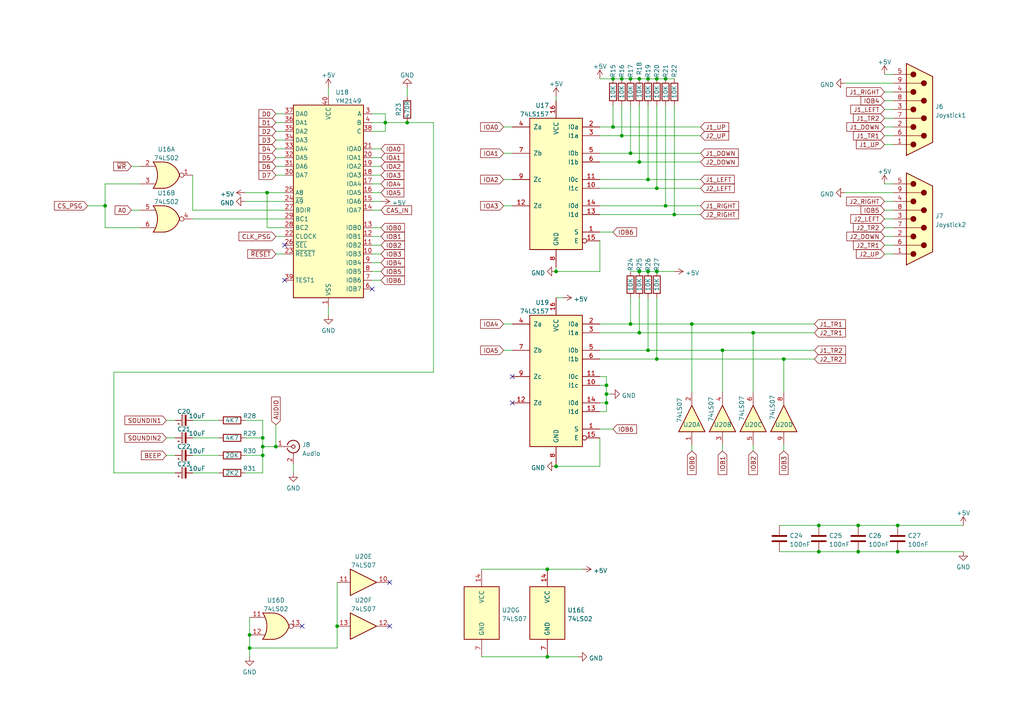
<source format=kicad_sch>
(kicad_sch (version 20250114) (generator "eeschema") (generator_version "9.0")
  (paper "A4")
  (title_block (title "JFF") (date "2025-07-16") (rev "1.1b-TMSHAT") (company "Skoti / herraa1") (comment 1 "Just for Fun - Computer"))
  (lib_symbols
    (symbol "74xx:74LS02" (pin_names (offset 1.016))
      (property "Reference" "U" (at 0 1.27 0))
      (property "Value" "74LS02" (at 0 -1.27 0))
      (symbol "74LS02_1_1"
        (pin input line (at -7.62 2.54 0) (length 4.318) (name "~") (number "2"))
        (pin input line (at -7.62 -2.54 0) (length 4.318) (name "~") (number "3"))
        (pin output inverted (at 7.62 0 180) (length 3.81) (name "~") (number "1"))
      )
      (symbol "74LS02_1_2"
        (pin input inverted (at -7.62 2.54 0) (length 3.81) (name "~") (number "2"))
        (pin input inverted (at -7.62 -2.54 0) (length 3.81) (name "~") (number "3"))
        (pin output line (at 7.62 0 180) (length 3.81) (name "~") (number "1"))
      )
      (symbol "74LS02_2_1"
        (pin input line (at -7.62 2.54 0) (length 4.318) (name "~") (number "5"))
        (pin input line (at -7.62 -2.54 0) (length 4.318) (name "~") (number "6"))
        (pin output inverted (at 7.62 0 180) (length 3.81) (name "~") (number "4"))
      )
      (symbol "74LS02_2_2"
        (pin input inverted (at -7.62 2.54 0) (length 3.81) (name "~") (number "5"))
        (pin input inverted (at -7.62 -2.54 0) (length 3.81) (name "~") (number "6"))
        (pin output line (at 7.62 0 180) (length 3.81) (name "~") (number "4"))
      )
      (symbol "74LS02_3_1"
        (pin input line (at -7.62 2.54 0) (length 4.318) (name "~") (number "8"))
        (pin input line (at -7.62 -2.54 0) (length 4.318) (name "~") (number "9"))
        (pin output inverted (at 7.62 0 180) (length 3.81) (name "~") (number "10"))
      )
      (symbol "74LS02_3_2"
        (pin input inverted (at -7.62 2.54 0) (length 3.81) (name "~") (number "8"))
        (pin input inverted (at -7.62 -2.54 0) (length 3.81) (name "~") (number "9"))
        (pin output line (at 7.62 0 180) (length 3.81) (name "~") (number "10"))
      )
      (symbol "74LS02_4_1"
        (pin input line (at -7.62 2.54 0) (length 4.318) (name "~") (number "11"))
        (pin input line (at -7.62 -2.54 0) (length 4.318) (name "~") (number "12"))
        (pin output inverted (at 7.62 0 180) (length 3.81) (name "~") (number "13"))
      )
      (symbol "74LS02_4_2"
        (pin input inverted (at -7.62 2.54 0) (length 3.81) (name "~") (number "11"))
        (pin input inverted (at -7.62 -2.54 0) (length 3.81) (name "~") (number "12"))
        (pin output line (at 7.62 0 180) (length 3.81) (name "~") (number "13"))
      )
      (symbol "74LS02_5_0"
        (pin power_in line (at 0 12.7 270) (length 5.08) (name "VCC") (number "14"))
        (pin power_in line (at 0 -12.7 90) (length 5.08) (name "GND") (number "7"))
      )
    )
    (symbol "74xx:74LS07" (pin_names (offset 1.016))
      (property "Reference" "U" (at 0 1.27 0))
      (property "Value" "74LS07" (at 0 -1.27 0))
      (symbol "74LS07_1_0"
        (pin input line (at -7.62 0 0) (length 3.81) (name "~") (number "1"))
        (pin open_collector line (at 7.62 0 180) (length 3.81) (name "~") (number "2"))
      )
      (symbol "74LS07_2_0"
        (pin input line (at -7.62 0 0) (length 3.81) (name "~") (number "3"))
        (pin open_collector line (at 7.62 0 180) (length 3.81) (name "~") (number "4"))
      )
      (symbol "74LS07_3_0"
        (pin input line (at -7.62 0 0) (length 3.81) (name "~") (number "5"))
        (pin open_collector line (at 7.62 0 180) (length 3.81) (name "~") (number "6"))
      )
      (symbol "74LS07_4_0"
        (pin input line (at -7.62 0 0) (length 3.81) (name "~") (number "9"))
        (pin open_collector line (at 7.62 0 180) (length 3.81) (name "~") (number "8"))
      )
      (symbol "74LS07_5_0"
        (pin input line (at -7.62 0 0) (length 3.81) (name "~") (number "11"))
        (pin open_collector line (at 7.62 0 180) (length 3.81) (name "~") (number "10"))
      )
      (symbol "74LS07_6_0"
        (pin input line (at -7.62 0 0) (length 3.81) (name "~") (number "13"))
        (pin open_collector line (at 7.62 0 180) (length 3.81) (name "~") (number "12"))
      )
      (symbol "74LS07_7_0"
        (pin power_in line (at 0 12.7 270) (length 5.08) (name "VCC") (number "14"))
        (pin power_in line (at 0 -12.7 90) (length 5.08) (name "GND") (number "7"))
      )
    )
    (symbol "74xx:74LS157" (pin_names (offset 1.016))
      (property "Reference" "U" (at -7.62 19.05 0))
      (property "Value" "74LS157" (at -7.62 -21.59 0))
      (symbol "74LS157_1_0"
        (pin input line (at -12.7 15.24 0) (length 5.08) (name "I0a") (number "2"))
        (pin input line (at -12.7 12.7 0) (length 5.08) (name "I1a") (number "3"))
        (pin input line (at -12.7 7.62 0) (length 5.08) (name "I0b") (number "5"))
        (pin input line (at -12.7 5.08 0) (length 5.08) (name "I1b") (number "6"))
        (pin input line (at -12.7 0 0) (length 5.08) (name "I0c") (number "11"))
        (pin input line (at -12.7 -2.54 0) (length 5.08) (name "I1c") (number "10"))
        (pin input line (at -12.7 -7.62 0) (length 5.08) (name "I0d") (number "14"))
        (pin input line (at -12.7 -10.16 0) (length 5.08) (name "I1d") (number "13"))
        (pin input line (at -12.7 -15.24 0) (length 5.08) (name "S") (number "1"))
        (pin input inverted (at -12.7 -17.78 0) (length 5.08) (name "E") (number "15"))
        (pin power_in line (at 0 22.86 270) (length 5.08) (name "VCC") (number "16"))
        (pin power_in line (at 0 -25.4 90) (length 5.08) (name "GND") (number "8"))
        (pin output line (at 12.7 15.24 180) (length 5.08) (name "Za") (number "4"))
        (pin output line (at 12.7 7.62 180) (length 5.08) (name "Zb") (number "7"))
        (pin output line (at 12.7 0 180) (length 5.08) (name "Zc") (number "9"))
        (pin output line (at 12.7 -7.62 180) (length 5.08) (name "Zd") (number "12"))
      )
    )
    (symbol "Audio:YM2149"
      (property "Reference" "U" (at -10.16 29.21 0))
      (property "Value" "YM2149" (at 3.81 29.21 0))
      (symbol "YM2149_1_1"
        (pin bidirectional line (at -12.7 25.4 0) (length 2.54) (name "DA0") (number "37"))
        (pin bidirectional line (at -12.7 22.86 0) (length 2.54) (name "DA1") (number "36"))
        (pin bidirectional line (at -12.7 20.32 0) (length 2.54) (name "DA2") (number "35"))
        (pin bidirectional line (at -12.7 17.78 0) (length 2.54) (name "DA3") (number "34"))
        (pin bidirectional line (at -12.7 15.24 0) (length 2.54) (name "DA4") (number "33"))
        (pin bidirectional line (at -12.7 12.7 0) (length 2.54) (name "DA5") (number "32"))
        (pin bidirectional line (at -12.7 10.16 0) (length 2.54) (name "DA6") (number "31"))
        (pin bidirectional line (at -12.7 7.62 0) (length 2.54) (name "DA7") (number "30"))
        (pin input line (at -12.7 2.54 0) (length 2.54) (name "A8") (number "25"))
        (pin input line (at -12.7 0 0) (length 2.54) (name "~{A9}") (number "24"))
        (pin input line (at -12.7 -2.54 0) (length 2.54) (name "BDIR") (number "27"))
        (pin input line (at -12.7 -5.08 0) (length 2.54) (name "BC1") (number "29"))
        (pin input line (at -12.7 -7.62 0) (length 2.54) (name "BC2") (number "28"))
        (pin input line (at -12.7 -10.16 0) (length 2.54) (name "CLOCK") (number "22"))
        (pin input line (at -12.7 -12.7 0) (length 2.54) (name "~{SEL}") (number "26"))
        (pin input line (at -12.7 -15.24 0) (length 2.54) (name "~{RESET}") (number "23"))
        (pin passive line (at -12.7 -22.86 0) (length 2.54) (name "TEST1") (number "39"))
        (pin no_connect line (at -10.16 -17.78 0) (length 2.54) (hide yes) (name "NC") (number "2"))
        (pin no_connect line (at -10.16 -20.32 0) (length 2.54) (hide yes) (name "NC") (number "5"))
        (pin power_in line (at 0 30.48 270) (length 2.54) (name "VCC") (number "40"))
        (pin power_in line (at 0 -30.48 90) (length 2.54) (name "VSS") (number "1"))
        (pin output line (at 12.7 25.4 180) (length 2.54) (name "A") (number "3"))
        (pin output line (at 12.7 22.86 180) (length 2.54) (name "B") (number "4"))
        (pin output line (at 12.7 20.32 180) (length 2.54) (name "C") (number "38"))
        (pin bidirectional line (at 12.7 15.24 180) (length 2.54) (name "IOA0") (number "21"))
        (pin bidirectional line (at 12.7 12.7 180) (length 2.54) (name "IOA1") (number "20"))
        (pin bidirectional line (at 12.7 10.16 180) (length 2.54) (name "IOA2") (number "19"))
        (pin bidirectional line (at 12.7 7.62 180) (length 2.54) (name "IOA3") (number "18"))
        (pin bidirectional line (at 12.7 5.08 180) (length 2.54) (name "IOA4") (number "17"))
        (pin bidirectional line (at 12.7 2.54 180) (length 2.54) (name "IOA5") (number "16"))
        (pin bidirectional line (at 12.7 0 180) (length 2.54) (name "IOA6") (number "15"))
        (pin bidirectional line (at 12.7 -2.54 180) (length 2.54) (name "IOA7") (number "14"))
        (pin bidirectional line (at 12.7 -7.62 180) (length 2.54) (name "IOB0") (number "13"))
        (pin bidirectional line (at 12.7 -10.16 180) (length 2.54) (name "IOB1") (number "12"))
        (pin bidirectional line (at 12.7 -12.7 180) (length 2.54) (name "IOB2") (number "11"))
        (pin bidirectional line (at 12.7 -15.24 180) (length 2.54) (name "IOB3") (number "10"))
        (pin bidirectional line (at 12.7 -17.78 180) (length 2.54) (name "IOB4") (number "9"))
        (pin bidirectional line (at 12.7 -20.32 180) (length 2.54) (name "IOB5") (number "8"))
        (pin bidirectional line (at 12.7 -22.86 180) (length 2.54) (name "IOB6") (number "7"))
        (pin bidirectional line (at 12.7 -25.4 180) (length 2.54) (name "IOB7") (number "6"))
      )
    )
    (symbol "Connector:Conn_Coaxial" (pin_names (offset 1.016) (hide yes))
      (property "Reference" "J" (at 0.254 3.048 0))
      (property "Value" "Conn_Coaxial" (at 2.921 0 90))
      (symbol "Conn_Coaxial_1_1"
        (pin passive line (at -5.08 0 0) (length 2.54) (name "In") (number "1"))
        (pin passive line (at 0 -5.08 90) (length 2.54) (name "Ext") (number "2"))
      )
    )
    (symbol "Connector:DB9_Male" (pin_names (offset 1.016) (hide yes))
      (property "Reference" "J" (at 0 13.97 0))
      (property "Value" "DB9_Male" (at 0 -14.605 0))
      (symbol "DB9_Male_1_1"
        (pin passive line (at -7.62 10.16 0) (length 3.81) (name "5") (number "5"))
        (pin passive line (at -7.62 7.62 0) (length 3.81) (name "9") (number "9"))
        (pin passive line (at -7.62 5.08 0) (length 3.81) (name "4") (number "4"))
        (pin passive line (at -7.62 2.54 0) (length 3.81) (name "8") (number "8"))
        (pin passive line (at -7.62 0 0) (length 3.81) (name "3") (number "3"))
        (pin passive line (at -7.62 -2.54 0) (length 3.81) (name "7") (number "7"))
        (pin passive line (at -7.62 -5.08 0) (length 3.81) (name "2") (number "2"))
        (pin passive line (at -7.62 -7.62 0) (length 3.81) (name "6") (number "6"))
        (pin passive line (at -7.62 -10.16 0) (length 3.81) (name "1") (number "1"))
      )
    )
    (symbol "Device:C" (pin_numbers (hide yes)) (pin_names (offset 0.254))
      (property "Reference" "C" (at 0.635 2.54 0))
      (property "Value" "C" (at 0.635 -2.54 0))
      (symbol "C_1_1"
        (pin passive line (at 0 3.81 270) (length 2.794) (name "~") (number "1"))
        (pin passive line (at 0 -3.81 90) (length 2.794) (name "~") (number "2"))
      )
    )
    (symbol "Device:C_Polarized_Small" (pin_numbers (hide yes)) (pin_names (offset 0.254) (hide yes))
      (property "Reference" "C" (at 0.254 1.778 0))
      (property "Value" "C_Polarized_Small" (at 0.254 -2.032 0))
      (symbol "C_Polarized_Small_1_1"
        (pin passive line (at 0 2.54 270) (length 1.8542) (name "~") (number "1"))
        (pin passive line (at 0 -2.54 90) (length 1.8542) (name "~") (number "2"))
      )
    )
    (symbol "Device:R" (pin_numbers (hide yes)) (pin_names (offset 0))
      (property "Reference" "R" (at 2.032 0 90))
      (property "Value" "R" (at 0 0 90))
      (symbol "R_1_1"
        (pin passive line (at 0 3.81 270) (length 1.27) (name "~") (number "1"))
        (pin passive line (at 0 -3.81 90) (length 1.27) (name "~") (number "2"))
      )
    )
    (symbol "power:+5V" (power) (pin_names (offset 0))
      (property "Value" "+5V" (at 0 3.556 0))
      (symbol "+5V_1_1"
        (pin power_in line (at 0 0 90) (length 0) (hide yes) (name "+5V") (number "1"))
      )
    )
    (symbol "power:GND" (power) (pin_names (offset 0))
      (property "Value" "GND" (at 0 -3.81 0))
      (symbol "GND_1_1"
        (pin power_in line (at 0 0 270) (length 0) (hide yes) (name "GND") (number "1"))
      )
    )
  )
  (junction (at 193.04 22.86))
  (junction (at 187.96 22.86))
  (junction (at 182.88 22.86))
  (junction (at 30.48 59.69))
  (junction (at 175.895 116.84))
  (junction (at 209.55 101.6))
  (junction (at 182.88 93.98))
  (junction (at 248.92 160.02))
  (junction (at 227.33 104.14))
  (junction (at 260.35 160.02))
  (junction (at 158.75 165.1))
  (junction (at 76.2 132.08))
  (junction (at 177.8 36.83))
  (junction (at 185.42 96.52))
  (junction (at 248.92 152.4))
  (junction (at 72.39 184.15))
  (junction (at 77.47 55.88))
  (junction (at 218.44 96.52))
  (junction (at 158.75 190.5))
  (junction (at 237.49 160.02))
  (junction (at 195.58 62.23))
  (junction (at 190.5 78.74))
  (junction (at 72.39 187.96))
  (junction (at 187.96 52.07))
  (junction (at 161.29 78.74))
  (junction (at 193.04 59.69))
  (junction (at 187.96 101.6))
  (junction (at 190.5 54.61))
  (junction (at 97.79 181.61))
  (junction (at 185.42 78.74))
  (junction (at 237.49 152.4))
  (junction (at 200.66 93.98))
  (junction (at 76.2 129.54))
  (junction (at 185.42 46.99))
  (junction (at 161.29 135.255))
  (junction (at 76.2 127))
  (junction (at 180.34 39.37))
  (junction (at 190.5 22.86))
  (junction (at 182.88 44.45))
  (junction (at 175.895 111.76))
  (junction (at 185.42 22.86))
  (junction (at 260.35 152.4))
  (junction (at 111.76 35.56))
  (junction (at 175.895 114.3))
  (junction (at 80.01 129.54))
  (junction (at 180.34 22.86))
  (junction (at 177.8 22.86))
  (junction (at 187.96 78.74))
  (junction (at 118.11 35.56))
  (junction (at 190.5 104.14))
  (no_connect (at 107.95 83.82))
  (no_connect (at 82.55 81.28))
  (no_connect (at 82.55 71.12))
  (no_connect (at 148.59 109.22))
  (no_connect (at 148.59 116.84))
  (no_connect (at 87.63 181.61))
  (no_connect (at 113.03 181.61))
  (no_connect (at 113.03 168.91))
  (wire (pts (xy 161.29 78.74) (xy 173.99 78.74)))
  (wire (pts (xy 97.79 187.96) (xy 72.39 187.96)))
  (wire (pts (xy 182.88 44.45) (xy 203.2 44.45)))
  (wire (pts (xy 218.44 96.52) (xy 236.22 96.52)))
  (wire (pts (xy 55.88 137.16) (xy 63.5 137.16)))
  (wire (pts (xy 107.95 78.74) (xy 110.49 78.74)))
  (wire (pts (xy 187.96 86.36) (xy 187.96 101.6)))
  (wire (pts (xy 182.88 30.48) (xy 182.88 44.45)))
  (wire (pts (xy 76.2 132.08) (xy 71.12 132.08)))
  (wire (pts (xy 48.26 127) (xy 50.8 127)))
  (wire (pts (xy 180.34 30.48) (xy 180.34 39.37)))
  (wire (pts (xy 187.96 22.86) (xy 190.5 22.86)))
  (wire (pts (xy 107.95 71.12) (xy 110.49 71.12)))
  (wire (pts (xy 38.1 60.96) (xy 40.64 60.96)))
  (wire (pts (xy 139.7 190.5) (xy 158.75 190.5)))
  (wire (pts (xy 118.11 35.56) (xy 125.73 35.56)))
  (wire (pts (xy 173.99 111.76) (xy 175.895 111.76)))
  (wire (pts (xy 107.95 33.02) (xy 111.76 33.02)))
  (wire (pts (xy 190.5 54.61) (xy 203.2 54.61)))
  (wire (pts (xy 107.95 53.34) (xy 110.49 53.34)))
  (wire (pts (xy 82.55 60.96) (xy 55.88 60.96)))
  (wire (pts (xy 55.88 132.08) (xy 63.5 132.08)))
  (wire (pts (xy 107.95 38.1) (xy 111.76 38.1)))
  (wire (pts (xy 256.54 36.83) (xy 259.08 36.83)))
  (wire (pts (xy 72.39 184.15) (xy 72.39 187.96)))
  (wire (pts (xy 175.895 111.76) (xy 175.895 114.3)))
  (wire (pts (xy 185.42 96.52) (xy 218.44 96.52)))
  (wire (pts (xy 85.09 134.62) (xy 85.09 137.16)))
  (wire (pts (xy 80.01 33.02) (xy 82.55 33.02)))
  (wire (pts (xy 209.55 129.032) (xy 209.55 130.81)))
  (wire (pts (xy 111.76 35.56) (xy 118.11 35.56)))
  (wire (pts (xy 111.76 33.02) (xy 111.76 35.56)))
  (wire (pts (xy 182.88 86.36) (xy 182.88 93.98)))
  (wire (pts (xy 248.92 160.02) (xy 260.35 160.02)))
  (wire (pts (xy 200.66 93.98) (xy 200.66 113.792)))
  (wire (pts (xy 226.06 152.4) (xy 237.49 152.4)))
  (wire (pts (xy 256.54 39.37) (xy 259.08 39.37)))
  (wire (pts (xy 80.01 38.1) (xy 82.55 38.1)))
  (wire (pts (xy 72.39 187.96) (xy 72.39 190.5)))
  (wire (pts (xy 55.88 127) (xy 63.5 127)))
  (wire (pts (xy 173.99 67.31) (xy 177.8 67.31)))
  (wire (pts (xy 80.01 45.72) (xy 82.55 45.72)))
  (wire (pts (xy 125.73 107.95) (xy 33.02 107.95)))
  (wire (pts (xy 173.99 69.85) (xy 173.99 78.74)))
  (wire (pts (xy 175.895 109.22) (xy 175.895 111.76)))
  (wire (pts (xy 107.95 48.26) (xy 110.49 48.26)))
  (wire (pts (xy 107.95 58.42) (xy 110.49 58.42)))
  (wire (pts (xy 146.05 44.45) (xy 148.59 44.45)))
  (wire (pts (xy 161.29 135.255) (xy 161.29 134.62)))
  (wire (pts (xy 218.44 96.52) (xy 218.44 113.792)))
  (wire (pts (xy 245.11 55.88) (xy 259.08 55.88)))
  (wire (pts (xy 173.99 52.07) (xy 187.96 52.07)))
  (wire (pts (xy 227.33 104.14) (xy 227.33 113.792)))
  (wire (pts (xy 200.66 129.032) (xy 200.66 130.81)))
  (wire (pts (xy 237.49 152.4) (xy 248.92 152.4)))
  (wire (pts (xy 190.5 86.36) (xy 190.5 104.14)))
  (wire (pts (xy 173.99 54.61) (xy 190.5 54.61)))
  (wire (pts (xy 80.01 40.64) (xy 82.55 40.64)))
  (wire (pts (xy 180.34 39.37) (xy 203.2 39.37)))
  (wire (pts (xy 80.01 43.18) (xy 82.55 43.18)))
  (wire (pts (xy 146.05 59.69) (xy 148.59 59.69)))
  (wire (pts (xy 187.96 101.6) (xy 209.55 101.6)))
  (wire (pts (xy 97.79 181.61) (xy 97.79 187.96)))
  (wire (pts (xy 260.35 152.4) (xy 279.4 152.4)))
  (wire (pts (xy 30.48 53.34) (xy 30.48 59.69)))
  (wire (pts (xy 72.39 179.07) (xy 72.39 184.15)))
  (wire (pts (xy 173.99 93.98) (xy 182.88 93.98)))
  (wire (pts (xy 175.895 116.84) (xy 175.895 119.38)))
  (wire (pts (xy 173.99 119.38) (xy 175.895 119.38)))
  (wire (pts (xy 76.2 127) (xy 76.2 129.54)))
  (wire (pts (xy 193.04 30.48) (xy 193.04 59.69)))
  (wire (pts (xy 173.99 62.23) (xy 195.58 62.23)))
  (wire (pts (xy 256.54 73.66) (xy 259.08 73.66)))
  (wire (pts (xy 245.11 24.13) (xy 259.08 24.13)))
  (wire (pts (xy 182.88 78.74) (xy 185.42 78.74)))
  (wire (pts (xy 218.44 129.032) (xy 218.44 130.81)))
  (wire (pts (xy 76.2 121.92) (xy 76.2 127)))
  (wire (pts (xy 227.33 104.14) (xy 236.22 104.14)))
  (wire (pts (xy 256.54 66.04) (xy 259.08 66.04)))
  (wire (pts (xy 80.01 50.8) (xy 82.55 50.8)))
  (wire (pts (xy 107.95 35.56) (xy 111.76 35.56)))
  (wire (pts (xy 71.12 58.42) (xy 82.55 58.42)))
  (wire (pts (xy 82.55 66.04) (xy 77.47 66.04)))
  (wire (pts (xy 76.2 132.08) (xy 76.2 137.16)))
  (wire (pts (xy 97.79 168.91) (xy 97.79 181.61)))
  (wire (pts (xy 190.5 104.14) (xy 227.33 104.14)))
  (wire (pts (xy 30.48 59.69) (xy 30.48 66.04)))
  (wire (pts (xy 248.92 152.4) (xy 260.35 152.4)))
  (wire (pts (xy 107.95 66.04) (xy 110.49 66.04)))
  (wire (pts (xy 76.2 129.54) (xy 80.01 129.54)))
  (wire (pts (xy 185.42 30.48) (xy 185.42 46.99)))
  (wire (pts (xy 107.95 55.88) (xy 110.49 55.88)))
  (wire (pts (xy 209.55 101.6) (xy 236.22 101.6)))
  (wire (pts (xy 161.29 135.255) (xy 173.99 135.255)))
  (wire (pts (xy 173.99 104.14) (xy 190.5 104.14)))
  (wire (pts (xy 173.99 101.6) (xy 187.96 101.6)))
  (wire (pts (xy 146.05 36.83) (xy 148.59 36.83)))
  (wire (pts (xy 33.02 137.16) (xy 50.8 137.16)))
  (wire (pts (xy 256.54 63.5) (xy 259.08 63.5)))
  (wire (pts (xy 187.96 30.48) (xy 187.96 52.07)))
  (wire (pts (xy 71.12 127) (xy 76.2 127)))
  (wire (pts (xy 38.1 48.26) (xy 40.64 48.26)))
  (wire (pts (xy 107.95 45.72) (xy 110.49 45.72)))
  (wire (pts (xy 71.12 55.88) (xy 77.47 55.88)))
  (wire (pts (xy 55.88 121.92) (xy 63.5 121.92)))
  (wire (pts (xy 95.25 88.9) (xy 95.25 91.44)))
  (wire (pts (xy 25.4 59.69) (xy 30.48 59.69)))
  (wire (pts (xy 95.25 25.4) (xy 95.25 27.94)))
  (wire (pts (xy 173.99 44.45) (xy 182.88 44.45)))
  (wire (pts (xy 175.895 114.3) (xy 177.165 114.3)))
  (wire (pts (xy 48.26 132.08) (xy 50.8 132.08)))
  (wire (pts (xy 107.95 68.58) (xy 110.49 68.58)))
  (wire (pts (xy 256.54 53.34) (xy 259.08 53.34)))
  (wire (pts (xy 80.01 123.19) (xy 80.01 129.54)))
  (wire (pts (xy 55.88 50.8) (xy 55.88 60.96)))
  (wire (pts (xy 177.8 22.86) (xy 180.34 22.86)))
  (wire (pts (xy 107.95 81.28) (xy 110.49 81.28)))
  (wire (pts (xy 173.99 109.22) (xy 175.895 109.22)))
  (wire (pts (xy 175.895 114.3) (xy 175.895 116.84)))
  (wire (pts (xy 77.47 55.88) (xy 82.55 55.88)))
  (wire (pts (xy 107.95 50.8) (xy 110.49 50.8)))
  (wire (pts (xy 30.48 66.04) (xy 40.64 66.04)))
  (wire (pts (xy 111.76 38.1) (xy 111.76 35.56)))
  (wire (pts (xy 80.01 35.56) (xy 82.55 35.56)))
  (wire (pts (xy 185.42 78.74) (xy 187.96 78.74)))
  (wire (pts (xy 40.64 53.34) (xy 30.48 53.34)))
  (wire (pts (xy 76.2 137.16) (xy 71.12 137.16)))
  (wire (pts (xy 195.58 30.48) (xy 195.58 62.23)))
  (wire (pts (xy 158.75 190.5) (xy 167.64 190.5)))
  (wire (pts (xy 107.95 73.66) (xy 110.49 73.66)))
  (wire (pts (xy 256.54 58.42) (xy 259.08 58.42)))
  (wire (pts (xy 180.34 22.86) (xy 182.88 22.86)))
  (wire (pts (xy 260.35 160.02) (xy 279.4 160.02)))
  (wire (pts (xy 256.54 71.12) (xy 259.08 71.12)))
  (wire (pts (xy 256.54 68.58) (xy 259.08 68.58)))
  (wire (pts (xy 161.29 86.36) (xy 163.195 86.36)))
  (wire (pts (xy 33.02 107.95) (xy 33.02 137.16)))
  (wire (pts (xy 173.99 22.86) (xy 177.8 22.86)))
  (wire (pts (xy 256.54 60.96) (xy 259.08 60.96)))
  (wire (pts (xy 185.42 46.99) (xy 203.2 46.99)))
  (wire (pts (xy 161.29 27.94) (xy 161.29 29.21)))
  (wire (pts (xy 173.99 46.99) (xy 185.42 46.99)))
  (wire (pts (xy 77.47 66.04) (xy 77.47 55.88)))
  (wire (pts (xy 190.5 22.86) (xy 193.04 22.86)))
  (wire (pts (xy 256.54 34.29) (xy 259.08 34.29)))
  (wire (pts (xy 80.01 73.66) (xy 82.55 73.66)))
  (wire (pts (xy 55.88 63.5) (xy 82.55 63.5)))
  (wire (pts (xy 227.33 129.032) (xy 227.33 130.81)))
  (wire (pts (xy 71.12 121.92) (xy 76.2 121.92)))
  (wire (pts (xy 107.95 60.96) (xy 110.49 60.96)))
  (wire (pts (xy 182.88 22.86) (xy 185.42 22.86)))
  (wire (pts (xy 107.95 76.2) (xy 110.49 76.2)))
  (wire (pts (xy 256.54 21.59) (xy 259.08 21.59)))
  (wire (pts (xy 190.5 30.48) (xy 190.5 54.61)))
  (wire (pts (xy 190.5 78.74) (xy 195.58 78.74)))
  (wire (pts (xy 185.42 22.86) (xy 187.96 22.86)))
  (wire (pts (xy 80.01 48.26) (xy 82.55 48.26)))
  (wire (pts (xy 187.96 78.74) (xy 190.5 78.74)))
  (wire (pts (xy 107.95 43.18) (xy 110.49 43.18)))
  (wire (pts (xy 177.8 30.48) (xy 177.8 36.83)))
  (wire (pts (xy 173.99 116.84) (xy 175.895 116.84)))
  (wire (pts (xy 173.99 124.46) (xy 177.8 124.46)))
  (wire (pts (xy 177.8 36.83) (xy 203.2 36.83)))
  (wire (pts (xy 226.06 160.02) (xy 237.49 160.02)))
  (wire (pts (xy 187.96 52.07) (xy 203.2 52.07)))
  (wire (pts (xy 195.58 62.23) (xy 203.2 62.23)))
  (wire (pts (xy 173.99 127) (xy 173.99 135.255)))
  (wire (pts (xy 48.26 121.92) (xy 50.8 121.92)))
  (wire (pts (xy 146.05 101.6) (xy 148.59 101.6)))
  (wire (pts (xy 146.05 52.07) (xy 148.59 52.07)))
  (wire (pts (xy 118.11 25.4) (xy 118.11 27.94)))
  (wire (pts (xy 182.88 93.98) (xy 200.66 93.98)))
  (wire (pts (xy 158.75 165.1) (xy 168.91 165.1)))
  (wire (pts (xy 185.42 86.36) (xy 185.42 96.52)))
  (wire (pts (xy 256.54 29.21) (xy 259.08 29.21)))
  (wire (pts (xy 173.99 59.69) (xy 193.04 59.69)))
  (wire (pts (xy 256.54 31.75) (xy 259.08 31.75)))
  (wire (pts (xy 146.05 93.98) (xy 148.59 93.98)))
  (wire (pts (xy 256.54 26.67) (xy 259.08 26.67)))
  (wire (pts (xy 173.99 96.52) (xy 185.42 96.52)))
  (wire (pts (xy 125.73 35.56) (xy 125.73 107.95)))
  (wire (pts (xy 80.01 68.58) (xy 82.55 68.58)))
  (wire (pts (xy 173.99 36.83) (xy 177.8 36.83)))
  (wire (pts (xy 76.2 129.54) (xy 76.2 132.08)))
  (wire (pts (xy 200.66 93.98) (xy 236.22 93.98)))
  (wire (pts (xy 209.55 101.6) (xy 209.55 113.792)))
  (wire (pts (xy 161.29 77.47) (xy 161.29 78.74)))
  (wire (pts (xy 193.04 22.86) (xy 195.58 22.86)))
  (wire (pts (xy 139.7 165.1) (xy 158.75 165.1)))
  (wire (pts (xy 193.04 59.69) (xy 203.2 59.69)))
  (wire (pts (xy 256.54 41.91) (xy 259.08 41.91)))
  (wire (pts (xy 237.49 160.02) (xy 248.92 160.02)))
  (wire (pts (xy 173.99 39.37) (xy 180.34 39.37)))
  (global_label "IOA0" (shape input) (at 110.49 43.18 0) (property "Intersheetrefs" "${INTERSHEET_REFS}" (effects (hide yes))))
  (global_label "J2_UP" (shape input) (at 256.54 73.66 180) (property "Intersheetrefs" "${INTERSHEET_REFS}" (effects (hide yes))))
  (global_label "D7" (shape input) (at 80.01 50.8 180) (property "Intersheetrefs" "${INTERSHEET_REFS}" (effects (hide yes))))
  (global_label "J1_UP" (shape input) (at 203.2 36.83 0) (property "Intersheetrefs" "${INTERSHEET_REFS}" (effects (hide yes))))
  (global_label "IOA2" (shape input) (at 146.05 52.07 180) (property "Intersheetrefs" "${INTERSHEET_REFS}" (effects (hide yes))))
  (global_label "BEEP" (shape input) (at 48.26 132.08 180) (property "Intersheetrefs" "${INTERSHEET_REFS}" (effects (hide yes))))
  (global_label "SOUNDIN1" (shape input) (at 48.26 121.92 180) (property "Intersheetrefs" "${INTERSHEET_REFS}" (effects (hide yes))))
  (global_label "J1_DOWN" (shape input) (at 203.2 44.45 0) (property "Intersheetrefs" "${INTERSHEET_REFS}" (effects (hide yes))))
  (global_label "IOA4" (shape input) (at 110.49 53.34 0) (property "Intersheetrefs" "${INTERSHEET_REFS}" (effects (hide yes))))
  (global_label "IOA4" (shape input) (at 146.05 93.98 180) (property "Intersheetrefs" "${INTERSHEET_REFS}" (effects (hide yes))))
  (global_label "J2_LEFT" (shape input) (at 256.54 63.5 180) (property "Intersheetrefs" "${INTERSHEET_REFS}" (effects (hide yes))))
  (global_label "IOB6" (shape input) (at 177.8 67.31 0) (property "Intersheetrefs" "${INTERSHEET_REFS}" (effects (hide yes))))
  (global_label "IOA2" (shape input) (at 110.49 48.26 0) (property "Intersheetrefs" "${INTERSHEET_REFS}" (effects (hide yes))))
  (global_label "J1_TR1" (shape input) (at 236.22 93.98 0) (property "Intersheetrefs" "${INTERSHEET_REFS}" (effects (hide yes))))
  (global_label "J1_TR1" (shape input) (at 256.54 39.37 180) (property "Intersheetrefs" "${INTERSHEET_REFS}" (effects (hide yes))))
  (global_label "J2_DOWN" (shape input) (at 256.54 68.58 180) (property "Intersheetrefs" "${INTERSHEET_REFS}" (effects (hide yes))))
  (global_label "J2_DOWN" (shape input) (at 203.2 46.99 0) (property "Intersheetrefs" "${INTERSHEET_REFS}" (effects (hide yes))))
  (global_label "IOB4" (shape input) (at 256.54 29.21 180) (property "Intersheetrefs" "${INTERSHEET_REFS}" (effects (hide yes))))
  (global_label "CS_PSG" (shape input) (at 25.4 59.69 180) (property "Intersheetrefs" "${INTERSHEET_REFS}" (effects (hide yes))))
  (global_label "D3" (shape input) (at 80.01 40.64 180) (property "Intersheetrefs" "${INTERSHEET_REFS}" (effects (hide yes))))
  (global_label "IOA0" (shape input) (at 146.05 36.83 180) (property "Intersheetrefs" "${INTERSHEET_REFS}" (effects (hide yes))))
  (global_label "A0" (shape input) (at 38.1 60.96 180) (property "Intersheetrefs" "${INTERSHEET_REFS}" (effects (hide yes))))
  (global_label "AUDIO" (shape input) (at 80.01 123.19 90) (property "Intersheetrefs" "${INTERSHEET_REFS}" (effects (hide yes))))
  (global_label "J2_TR2" (shape input) (at 256.54 66.04 180) (property "Intersheetrefs" "${INTERSHEET_REFS}" (effects (hide yes))))
  (global_label "IOB5" (shape input) (at 110.49 78.74 0) (property "Intersheetrefs" "${INTERSHEET_REFS}" (effects (hide yes))))
  (global_label "J1_DOWN" (shape input) (at 256.54 36.83 180) (property "Intersheetrefs" "${INTERSHEET_REFS}" (effects (hide yes))))
  (global_label "~{RESET}" (shape input) (at 80.01 73.66 180) (property "Intersheetrefs" "${INTERSHEET_REFS}" (effects (hide yes))))
  (global_label "J2_LEFT" (shape input) (at 203.2 54.61 0) (property "Intersheetrefs" "${INTERSHEET_REFS}" (effects (hide yes))))
  (global_label "IOB4" (shape input) (at 110.49 76.2 0) (property "Intersheetrefs" "${INTERSHEET_REFS}" (effects (hide yes))))
  (global_label "J2_RIGHT" (shape input) (at 203.2 62.23 0) (property "Intersheetrefs" "${INTERSHEET_REFS}" (effects (hide yes))))
  (global_label "J1_RIGHT" (shape input) (at 256.54 26.67 180) (property "Intersheetrefs" "${INTERSHEET_REFS}" (effects (hide yes))))
  (global_label "CAS_IN" (shape input) (at 110.49 60.96 0) (property "Intersheetrefs" "${INTERSHEET_REFS}" (effects (hide yes))))
  (global_label "IOB6" (shape input) (at 110.49 81.28 0) (property "Intersheetrefs" "${INTERSHEET_REFS}" (effects (hide yes))))
  (global_label "J1_TR2" (shape input) (at 256.54 34.29 180) (property "Intersheetrefs" "${INTERSHEET_REFS}" (effects (hide yes))))
  (global_label "IOA1" (shape input) (at 146.05 44.45 180) (property "Intersheetrefs" "${INTERSHEET_REFS}" (effects (hide yes))))
  (global_label "D6" (shape input) (at 80.01 48.26 180) (property "Intersheetrefs" "${INTERSHEET_REFS}" (effects (hide yes))))
  (global_label "IOB2" (shape input) (at 110.49 71.12 0) (property "Intersheetrefs" "${INTERSHEET_REFS}" (effects (hide yes))))
  (global_label "IOB0" (shape input) (at 110.49 66.04 0) (property "Intersheetrefs" "${INTERSHEET_REFS}" (effects (hide yes))))
  (global_label "IOB1" (shape input) (at 110.49 68.58 0) (property "Intersheetrefs" "${INTERSHEET_REFS}" (effects (hide yes))))
  (global_label "D1" (shape input) (at 80.01 35.56 180) (property "Intersheetrefs" "${INTERSHEET_REFS}" (effects (hide yes))))
  (global_label "IOB2" (shape input) (at 218.44 130.81 270) (property "Intersheetrefs" "${INTERSHEET_REFS}" (effects (hide yes))))
  (global_label "J2_RIGHT" (shape input) (at 256.54 58.42 180) (property "Intersheetrefs" "${INTERSHEET_REFS}" (effects (hide yes))))
  (global_label "J1_TR2" (shape input) (at 236.22 101.6 0) (property "Intersheetrefs" "${INTERSHEET_REFS}" (effects (hide yes))))
  (global_label "J1_LEFT" (shape input) (at 256.54 31.75 180) (property "Intersheetrefs" "${INTERSHEET_REFS}" (effects (hide yes))))
  (global_label "CLK_PSG" (shape input) (at 80.01 68.58 180) (property "Intersheetrefs" "${INTERSHEET_REFS}" (effects (hide yes))))
  (global_label "IOA5" (shape input) (at 110.49 55.88 0) (property "Intersheetrefs" "${INTERSHEET_REFS}" (effects (hide yes))))
  (global_label "IOA1" (shape input) (at 110.49 45.72 0) (property "Intersheetrefs" "${INTERSHEET_REFS}" (effects (hide yes))))
  (global_label "D0" (shape input) (at 80.01 33.02 180) (property "Intersheetrefs" "${INTERSHEET_REFS}" (effects (hide yes))))
  (global_label "J2_TR2" (shape input) (at 236.22 104.14 0) (property "Intersheetrefs" "${INTERSHEET_REFS}" (effects (hide yes))))
  (global_label "D2" (shape input) (at 80.01 38.1 180) (property "Intersheetrefs" "${INTERSHEET_REFS}" (effects (hide yes))))
  (global_label "J1_UP" (shape input) (at 256.54 41.91 180) (property "Intersheetrefs" "${INTERSHEET_REFS}" (effects (hide yes))))
  (global_label "IOA3" (shape input) (at 146.05 59.69 180) (property "Intersheetrefs" "${INTERSHEET_REFS}" (effects (hide yes))))
  (global_label "D5" (shape input) (at 80.01 45.72 180) (property "Intersheetrefs" "${INTERSHEET_REFS}" (effects (hide yes))))
  (global_label "D4" (shape input) (at 80.01 43.18 180) (property "Intersheetrefs" "${INTERSHEET_REFS}" (effects (hide yes))))
  (global_label "~{WR}" (shape input) (at 38.1 48.26 180) (property "Intersheetrefs" "${INTERSHEET_REFS}" (effects (hide yes))))
  (global_label "SOUNDIN2" (shape input) (at 48.26 127 180) (property "Intersheetrefs" "${INTERSHEET_REFS}" (effects (hide yes))))
  (global_label "IOA5" (shape input) (at 146.05 101.6 180) (property "Intersheetrefs" "${INTERSHEET_REFS}" (effects (hide yes))))
  (global_label "J2_TR1" (shape input) (at 256.54 71.12 180) (property "Intersheetrefs" "${INTERSHEET_REFS}" (effects (hide yes))))
  (global_label "J2_UP" (shape input) (at 203.2 39.37 0) (property "Intersheetrefs" "${INTERSHEET_REFS}" (effects (hide yes))))
  (global_label "IOB1" (shape input) (at 209.55 130.81 270) (property "Intersheetrefs" "${INTERSHEET_REFS}" (effects (hide yes))))
  (global_label "IOB3" (shape input) (at 227.33 130.81 270) (property "Intersheetrefs" "${INTERSHEET_REFS}" (effects (hide yes))))
  (global_label "J2_TR1" (shape input) (at 236.22 96.52 0) (property "Intersheetrefs" "${INTERSHEET_REFS}" (effects (hide yes))))
  (global_label "IOB3" (shape input) (at 110.49 73.66 0) (property "Intersheetrefs" "${INTERSHEET_REFS}" (effects (hide yes))))
  (global_label "IOB5" (shape input) (at 256.54 60.96 180) (property "Intersheetrefs" "${INTERSHEET_REFS}" (effects (hide yes))))
  (global_label "IOB6" (shape input) (at 177.8 124.46 0) (property "Intersheetrefs" "${INTERSHEET_REFS}" (effects (hide yes))))
  (global_label "J1_LEFT" (shape input) (at 203.2 52.07 0) (property "Intersheetrefs" "${INTERSHEET_REFS}" (effects (hide yes))))
  (global_label "J1_RIGHT" (shape input) (at 203.2 59.69 0) (property "Intersheetrefs" "${INTERSHEET_REFS}" (effects (hide yes))))
  (global_label "IOB0" (shape input) (at 200.66 130.81 270) (property "Intersheetrefs" "${INTERSHEET_REFS}" (effects (hide yes))))
  (global_label "IOA3" (shape input) (at 110.49 50.8 0) (property "Intersheetrefs" "${INTERSHEET_REFS}" (effects (hide yes))))
  (symbol (lib_id "74xx:74LS02") (at 80.01 181.61 0) (unit 4)
    (property "Reference" "U16" (at 80.01 174.1002 0))
    (property "Value" "74LS02" (at 80.01 176.6371 0))
    (property "Footprint" "Package_DIP:DIP-14_W7.62mm_Socket" (effects (hide yes)))
    (property "Datasheet" "http://www.ti.com/lit/gpn/sn74ls02" (effects (hide yes)))
  )
  (symbol (lib_id "Audio:YM2149") (at 95.25 58.42 0) (unit 1)
    (property "Reference" "U18" (at 97.2694 26.7802 0) (effects (justify left)))
    (property "Value" "YM2149" (at 97.2694 29.3171 0) (effects (justify left)))
    (property "Footprint" "Package_DIP:DIP-40_W15.24mm_Socket" (effects (hide yes)))
    (property "Datasheet" "http://www.ym2149.com/ym2149.pdf" (effects (hide yes)))
  )
  (symbol (lib_id "74xx:74LS07") (at 105.41 181.61 0) (unit 6)
    (property "Reference" "U20" (at 105.41 174.1002 0))
    (property "Value" "74LS07" (at 105.41 176.6371 0))
    (property "Footprint" "Package_DIP:DIP-14_W7.62mm_Socket" (effects (hide yes)))
    (property "Datasheet" "www.ti.com/lit/ds/symlink/sn74ls07.pdf" (effects (hide yes)))
  )
  (symbol (lib_id "Device:R") (at 187.96 82.55 0) (unit 1)
    (property "Reference" "R26" (at 187.96 76.708 90))
    (property "Value" "10K" (at 187.96 82.55 90))
    (property "Footprint" "Resistor_THT:R_Axial_DIN0204_L3.6mm_D1.6mm_P7.62mm_Horizontal" (effects (hide yes)))
  )
  (symbol (lib_id "74xx:74LS07") (at 200.66 121.412 90) (unit 1)
    (property "Reference" "U20" (at 198.12 123.19 90) (effects (justify right)))
    (property "Value" "74LS07" (at 197.104 115.316 0) (effects (justify right)))
    (property "Footprint" "Package_DIP:DIP-14_W7.62mm_Socket" (effects (hide yes)))
    (property "Datasheet" "www.ti.com/lit/ds/symlink/sn74ls07.pdf" (effects (hide yes)))
  )
  (symbol (lib_id "power:GND") (at 177.165 114.3 90) (unit 1)
    (property "Reference" "#PWR0145" (effects (hide yes)))
    (property "Value" "GND" (at 180.34 114.7338 90) (effects (justify right)))
  )
  (symbol (lib_id "power:+5V") (at 168.91 165.1 270) (unit 1)
    (property "Reference" "#PWR0184" (effects (hide yes)))
    (property "Value" "+5V" (at 172.085 165.5338 90) (effects (justify left)))
  )
  (symbol (lib_id "74xx:74LS02") (at 48.26 50.8 0) (unit 1)
    (property "Reference" "U16" (at 48.26 43.2902 0))
    (property "Value" "74LS02" (at 48.26 45.8271 0))
    (property "Footprint" "Package_DIP:DIP-14_W7.62mm_Socket" (effects (hide yes)))
    (property "Datasheet" "http://www.ti.com/lit/gpn/sn74ls02" (effects (hide yes)))
  )
  (symbol (lib_id "Device:R") (at 185.42 82.55 0) (unit 1)
    (property "Reference" "R25" (at 185.42 76.708 90))
    (property "Value" "10K" (at 185.42 82.55 90))
    (property "Footprint" "Resistor_THT:R_Axial_DIN0204_L3.6mm_D1.6mm_P7.62mm_Horizontal" (effects (hide yes)))
  )
  (symbol (lib_id "Device:R") (at 177.8 26.67 0) (unit 1)
    (property "Reference" "R15" (at 177.8 20.574 90))
    (property "Value" "10K" (at 177.8 26.67 90))
    (property "Footprint" "Resistor_THT:R_Axial_DIN0204_L3.6mm_D1.6mm_P7.62mm_Horizontal" (effects (hide yes)))
  )
  (symbol (lib_id "power:GND") (at 167.64 190.5 90) (unit 1)
    (property "Reference" "#PWR0183" (effects (hide yes)))
    (property "Value" "GND" (at 170.815 190.9338 90) (effects (justify right)))
  )
  (symbol (lib_id "Device:R") (at 185.42 26.67 0) (unit 1)
    (property "Reference" "R18" (at 185.42 21.844 90) (effects (justify left)))
    (property "Value" "10K" (at 185.42 28.448 90) (effects (justify left)))
    (property "Footprint" "Resistor_THT:R_Axial_DIN0204_L3.6mm_D1.6mm_P7.62mm_Horizontal" (effects (hide yes)))
  )
  (symbol (lib_id "power:GND") (at 85.09 137.16 0) (unit 1)
    (property "Reference" "#PWR0220" (effects (hide yes)))
    (property "Value" "GND" (at 85.09 141.6034 0))
  )
  (symbol (lib_id "Device:C_Polarized_Small") (at 53.34 132.08 90) (unit 1)
    (property "Reference" "C22" (at 53.34 129.54 90))
    (property "Value" "10uF" (at 57.15 130.81 90))
    (property "Footprint" "Capacitor_THT:CP_Radial_D5.0mm_P2.50mm" (effects (hide yes)))
  )
  (symbol (lib_id "Device:C") (at 248.92 156.21 0) (unit 1)
    (property "Reference" "C26" (at 251.841 155.3753 0) (effects (justify left)))
    (property "Value" "100nF" (at 251.841 157.9122 0) (effects (justify left)))
    (property "Footprint" "Capacitor_THT:C_Disc_D3.0mm_W2.0mm_P2.50mm" (effects (hide yes)))
  )
  (symbol (lib_id "Device:C") (at 237.49 156.21 0) (unit 1)
    (property "Reference" "C25" (at 240.411 155.3753 0) (effects (justify left)))
    (property "Value" "100nF" (at 240.411 157.9122 0) (effects (justify left)))
    (property "Footprint" "Capacitor_THT:C_Disc_D3.0mm_W2.0mm_P2.50mm" (effects (hide yes)))
  )
  (symbol (lib_id "power:+5V") (at 95.25 25.4 0) (unit 1)
    (property "Reference" "#PWR0125" (effects (hide yes)))
    (property "Value" "+5V" (at 95.25 21.8242 0))
  )
  (symbol (lib_id "Device:R") (at 190.5 26.67 0) (unit 1)
    (property "Reference" "R20" (at 190.5 20.574 90))
    (property "Value" "10K" (at 190.5 26.67 90))
    (property "Footprint" "Resistor_THT:R_Axial_DIN0204_L3.6mm_D1.6mm_P7.62mm_Horizontal" (effects (hide yes)))
  )
  (symbol (lib_id "Device:R") (at 118.11 31.75 180) (unit 1)
    (property "Reference" "R23" (at 115.57 31.75 90))
    (property "Value" "470R" (at 118.11 31.75 90))
    (property "Footprint" "Resistor_THT:R_Axial_DIN0204_L3.6mm_D1.6mm_P7.62mm_Horizontal" (effects (hide yes)))
  )
  (symbol (lib_id "74xx:74LS07") (at 209.55 121.412 90) (unit 2)
    (property "Reference" "U20" (at 207.01 123.19 90) (effects (justify right)))
    (property "Value" "74LS07" (at 206.248 115.062 0) (effects (justify right)))
    (property "Footprint" "Package_DIP:DIP-14_W7.62mm_Socket" (effects (hide yes)))
    (property "Datasheet" "www.ti.com/lit/ds/symlink/sn74ls07.pdf" (effects (hide yes)))
  )
  (symbol (lib_id "74xx:74LS157") (at 161.29 109.22 0) (mirror y) (unit 1)
    (property "Reference" "U19" (at 159.2706 87.7402 0) (effects (justify left)))
    (property "Value" "74LS157" (at 159.2706 90.2771 0) (effects (justify left)))
    (property "Footprint" "Package_DIP:DIP-16_W7.62mm_Socket" (effects (hide yes)))
    (property "Datasheet" "http://www.ti.com/lit/gpn/sn74LS157" (effects (hide yes)))
  )
  (symbol (lib_id "74xx:74LS07") (at 139.7 177.8 0) (unit 7)
    (property "Reference" "U20" (at 145.542 176.9653 0) (effects (justify left)))
    (property "Value" "74LS07" (at 145.542 179.5022 0) (effects (justify left)))
    (property "Footprint" "Package_DIP:DIP-14_W7.62mm_Socket" (effects (hide yes)))
    (property "Datasheet" "www.ti.com/lit/ds/symlink/sn74ls07.pdf" (effects (hide yes)))
  )
  (symbol (lib_id "74xx:74LS02") (at 48.26 63.5 0) (unit 2)
    (property "Reference" "U16" (at 48.26 55.9902 0))
    (property "Value" "74LS02" (at 48.26 58.5271 0))
    (property "Footprint" "Package_DIP:DIP-14_W7.62mm_Socket" (effects (hide yes)))
    (property "Datasheet" "http://www.ti.com/lit/gpn/sn74ls02" (effects (hide yes)))
  )
  (symbol (lib_id "Device:R") (at 187.96 26.67 0) (unit 1)
    (property "Reference" "R19" (at 187.96 20.574 90))
    (property "Value" "10K" (at 187.96 26.67 90))
    (property "Footprint" "Resistor_THT:R_Axial_DIN0204_L3.6mm_D1.6mm_P7.62mm_Horizontal" (effects (hide yes)))
  )
  (symbol (lib_id "Device:R") (at 67.31 127 90) (unit 1)
    (property "Reference" "R29" (at 72.39 125.73 90))
    (property "Value" "4K7" (at 67.31 127 90))
    (property "Footprint" "Resistor_THT:R_Axial_DIN0204_L3.6mm_D1.6mm_P7.62mm_Horizontal" (effects (hide yes)))
  )
  (symbol (lib_id "power:GND") (at 95.25 91.44 0) (unit 1)
    (property "Reference" "#PWR0126" (effects (hide yes)))
    (property "Value" "GND" (at 95.25 95.8834 0))
  )
  (symbol (lib_id "power:+5V") (at 256.54 21.59 0) (unit 1)
    (property "Reference" "#PWR0143" (effects (hide yes)))
    (property "Value" "+5V" (at 256.54 18.0142 0))
  )
  (symbol (lib_id "power:GND") (at 72.39 190.5 0) (unit 1)
    (property "Reference" "#PWR0182" (effects (hide yes)))
    (property "Value" "GND" (at 72.39 194.9434 0))
  )
  (symbol (lib_id "Device:R") (at 67.31 137.16 90) (unit 1)
    (property "Reference" "R31" (at 72.39 135.89 90))
    (property "Value" "2K2" (at 67.31 137.16 90))
    (property "Footprint" "Resistor_THT:R_Axial_DIN0204_L3.6mm_D1.6mm_P7.62mm_Horizontal" (effects (hide yes)))
  )
  (symbol (lib_id "74xx:74LS07") (at 218.44 121.412 90) (unit 3)
    (property "Reference" "U20" (at 215.9 123.19 90) (effects (justify right)))
    (property "Value" "74LS07" (at 215.138 114.808 0) (effects (justify right)))
    (property "Footprint" "Package_DIP:DIP-14_W7.62mm_Socket" (effects (hide yes)))
    (property "Datasheet" "www.ti.com/lit/ds/symlink/sn74ls07.pdf" (effects (hide yes)))
  )
  (symbol (lib_id "74xx:74LS07") (at 227.33 121.412 90) (unit 4)
    (property "Reference" "U20" (at 224.79 123.19 90) (effects (justify right)))
    (property "Value" "74LS07" (at 224.028 114.554 0) (effects (justify right)))
    (property "Footprint" "Package_DIP:DIP-14_W7.62mm_Socket" (effects (hide yes)))
    (property "Datasheet" "www.ti.com/lit/ds/symlink/sn74ls07.pdf" (effects (hide yes)))
  )
  (symbol (lib_id "74xx:74LS07") (at 105.41 168.91 0) (unit 5)
    (property "Reference" "U20" (at 105.41 161.4002 0))
    (property "Value" "74LS07" (at 105.41 163.9371 0))
    (property "Footprint" "Package_DIP:DIP-14_W7.62mm_Socket" (effects (hide yes)))
    (property "Datasheet" "www.ti.com/lit/ds/symlink/sn74ls07.pdf" (effects (hide yes)))
  )
  (symbol (lib_id "power:GND") (at 279.4 160.02 0) (unit 1)
    (property "Reference" "#PWR0209" (effects (hide yes)))
    (property "Value" "GND" (at 279.4 164.4634 0))
  )
  (symbol (lib_id "Connector:Conn_Coaxial") (at 85.09 129.54 0) (unit 1)
    (property "Reference" "J8" (at 87.6301 128.9985 0) (effects (justify left)))
    (property "Value" "Audio" (at 87.6301 131.5354 0) (effects (justify left)))
    (property "Footprint" "JfF-Library:Conn_RCA_Right" (effects (hide yes)))
    (property "Datasheet" " ~" (effects (hide yes)))
  )
  (symbol (lib_id "Device:R") (at 67.31 132.08 90) (unit 1)
    (property "Reference" "R30" (at 72.39 130.81 90))
    (property "Value" "20K" (at 67.31 132.08 90))
    (property "Footprint" "Resistor_THT:R_Axial_DIN0204_L3.6mm_D1.6mm_P7.62mm_Horizontal" (effects (hide yes)))
  )
  (symbol (lib_id "Device:C_Polarized_Small") (at 53.34 121.92 90) (unit 1)
    (property "Reference" "C20" (at 53.34 119.38 90))
    (property "Value" "10uF" (at 57.15 120.65 90))
    (property "Footprint" "Capacitor_THT:CP_Radial_D5.0mm_P2.50mm" (effects (hide yes)))
  )
  (symbol (lib_id "Connector:DB9_Male") (at 266.7 31.75 0) (unit 1)
    (property "Reference" "J6" (at 271.272 30.9153 0) (effects (justify left)))
    (property "Value" "Joystick1" (at 271.272 33.4522 0) (effects (justify left)))
    (property "Footprint" "JfF-Library:Conn_Dsub_DE9M" (effects (hide yes)))
    (property "Datasheet" " ~" (effects (hide yes)))
  )
  (symbol (lib_id "power:GND") (at 118.11 25.4 180) (unit 1)
    (property "Reference" "#PWR0187" (effects (hide yes)))
    (property "Value" "GND" (at 118.11 21.8242 0))
  )
  (symbol (lib_id "power:+5V") (at 195.58 78.74 270) (unit 1)
    (property "Reference" "#PWR0157" (effects (hide yes)))
    (property "Value" "+5V" (at 198.755 79.1738 90) (effects (justify left)))
  )
  (symbol (lib_id "Connector:DB9_Male") (at 266.7 63.5 0) (unit 1)
    (property "Reference" "J7" (at 271.272 62.6653 0) (effects (justify left)))
    (property "Value" "Joystick2" (at 271.272 65.2022 0) (effects (justify left)))
    (property "Footprint" "JfF-Library:Conn_Dsub_DE9M" (effects (hide yes)))
    (property "Datasheet" " ~" (effects (hide yes)))
  )
  (symbol (lib_id "power:GND") (at 71.12 58.42 270) (unit 1)
    (property "Reference" "#PWR0123" (effects (hide yes)))
    (property "Value" "GND" (at 67.9451 58.8538 90) (effects (justify right)))
  )
  (symbol (lib_id "power:GND") (at 161.29 135.255 270) (unit 1)
    (property "Reference" "#PWR0150" (effects (hide yes)))
    (property "Value" "GND" (at 158.1151 135.6888 90) (effects (justify right)))
  )
  (symbol (lib_id "power:+5V") (at 110.49 58.42 270) (unit 1)
    (property "Reference" "#PWR0147" (effects (hide yes)))
    (property "Value" "+5V" (at 113.665 58.8538 90) (effects (justify left)))
  )
  (symbol (lib_id "power:+5V") (at 173.99 22.86 0) (unit 1)
    (property "Reference" "#PWR0142" (effects (hide yes)))
    (property "Value" "+5V" (at 173.99 19.2842 0))
  )
  (symbol (lib_id "power:GND") (at 161.29 78.74 270) (unit 1)
    (property "Reference" "#PWR0148" (effects (hide yes)))
    (property "Value" "GND" (at 158.1151 79.1738 90) (effects (justify right)))
  )
  (symbol (lib_id "power:GND") (at 245.11 24.13 270) (unit 1)
    (property "Reference" "#PWR0228" (effects (hide yes)))
    (property "Value" "GND" (at 241.9351 24.5638 90) (effects (justify right)))
  )
  (symbol (lib_id "74xx:74LS157") (at 161.29 52.07 0) (mirror y) (unit 1)
    (property "Reference" "U17" (at 159.2706 30.5902 0) (effects (justify left)))
    (property "Value" "74LS157" (at 159.2706 33.1271 0) (effects (justify left)))
    (property "Footprint" "Package_DIP:DIP-16_W7.62mm_Socket" (effects (hide yes)))
    (property "Datasheet" "http://www.ti.com/lit/gpn/sn74LS157" (effects (hide yes)))
  )
  (symbol (lib_id "74xx:74LS02") (at 158.75 177.8 0) (unit 5)
    (property "Reference" "U16" (at 164.592 176.9653 0) (effects (justify left)))
    (property "Value" "74LS02" (at 164.592 179.5022 0) (effects (justify left)))
    (property "Footprint" "Package_DIP:DIP-14_W7.62mm_Socket" (effects (hide yes)))
    (property "Datasheet" "http://www.ti.com/lit/gpn/sn74ls02" (effects (hide yes)))
  )
  (symbol (lib_id "Device:R") (at 195.58 26.67 0) (unit 1)
    (property "Reference" "R22" (at 195.58 20.574 90))
    (property "Value" "10K" (at 195.58 26.67 90))
    (property "Footprint" "Resistor_THT:R_Axial_DIN0204_L3.6mm_D1.6mm_P7.62mm_Horizontal" (effects (hide yes)))
  )
  (symbol (lib_id "Device:R") (at 180.34 26.67 0) (unit 1)
    (property "Reference" "R16" (at 180.34 20.574 90))
    (property "Value" "10K" (at 180.34 26.67 90))
    (property "Footprint" "Resistor_THT:R_Axial_DIN0204_L3.6mm_D1.6mm_P7.62mm_Horizontal" (effects (hide yes)))
  )
  (symbol (lib_id "Device:C_Polarized_Small") (at 53.34 127 90) (unit 1)
    (property "Reference" "C21" (at 53.34 124.46 90))
    (property "Value" "10uF" (at 57.15 125.73 90))
    (property "Footprint" "Capacitor_THT:CP_Radial_D5.0mm_P2.50mm" (effects (hide yes)))
  )
  (symbol (lib_id "Device:R") (at 190.5 82.55 0) (unit 1)
    (property "Reference" "R27" (at 190.5 76.708 90))
    (property "Value" "10K" (at 190.5 82.55 90))
    (property "Footprint" "Resistor_THT:R_Axial_DIN0204_L3.6mm_D1.6mm_P7.62mm_Horizontal" (effects (hide yes)))
  )
  (symbol (lib_id "Device:R") (at 193.04 26.67 0) (unit 1)
    (property "Reference" "R21" (at 193.04 20.574 90))
    (property "Value" "10K" (at 193.04 26.67 90))
    (property "Footprint" "Resistor_THT:R_Axial_DIN0204_L3.6mm_D1.6mm_P7.62mm_Horizontal" (effects (hide yes)))
  )
  (symbol (lib_id "power:+5V") (at 71.12 55.88 90) (unit 1)
    (property "Reference" "#PWR0124" (effects (hide yes)))
    (property "Value" "+5V" (at 67.9451 56.3138 90) (effects (justify left)))
  )
  (symbol (lib_id "Device:C_Polarized_Small") (at 53.34 137.16 90) (unit 1)
    (property "Reference" "C23" (at 53.34 134.62 90))
    (property "Value" "10uF" (at 57.15 135.89 90))
    (property "Footprint" "Capacitor_THT:CP_Radial_D5.0mm_P2.50mm" (effects (hide yes)))
  )
  (symbol (lib_id "power:GND") (at 245.11 55.88 270) (unit 1)
    (property "Reference" "#PWR0229" (effects (hide yes)))
    (property "Value" "GND" (at 241.9351 56.3138 90) (effects (justify right)))
  )
  (symbol (lib_id "power:+5V") (at 163.195 86.36 270) (unit 1)
    (property "Reference" "#PWR0149" (effects (hide yes)))
    (property "Value" "+5V" (at 166.37 86.7938 90) (effects (justify left)))
  )
  (symbol (lib_id "power:+5V") (at 279.4 152.4 0) (unit 1)
    (property "Reference" "#PWR0208" (effects (hide yes)))
    (property "Value" "+5V" (at 279.4 148.8242 0))
  )
  (symbol (lib_id "Device:R") (at 182.88 82.55 0) (unit 1)
    (property "Reference" "R24" (at 182.88 76.708 90))
    (property "Value" "10K" (at 182.88 82.55 90))
    (property "Footprint" "Resistor_THT:R_Axial_DIN0204_L3.6mm_D1.6mm_P7.62mm_Horizontal" (effects (hide yes)))
  )
  (symbol (lib_id "Device:C") (at 260.35 156.21 0) (unit 1)
    (property "Reference" "C27" (at 263.271 155.3753 0) (effects (justify left)))
    (property "Value" "100nF" (at 263.271 157.9122 0) (effects (justify left)))
    (property "Footprint" "Capacitor_THT:C_Disc_D3.0mm_W2.0mm_P2.50mm" (effects (hide yes)))
  )
  (symbol (lib_id "Device:C") (at 226.06 156.21 0) (unit 1)
    (property "Reference" "C24" (at 228.981 155.3753 0) (effects (justify left)))
    (property "Value" "100nF" (at 228.981 157.9122 0) (effects (justify left)))
    (property "Footprint" "Capacitor_THT:C_Disc_D3.0mm_W2.0mm_P2.50mm" (effects (hide yes)))
  )
  (symbol (lib_id "Device:R") (at 67.31 121.92 90) (unit 1)
    (property "Reference" "R28" (at 72.39 120.65 90))
    (property "Value" "4K7" (at 67.31 121.92 90))
    (property "Footprint" "Resistor_THT:R_Axial_DIN0204_L3.6mm_D1.6mm_P7.62mm_Horizontal" (effects (hide yes)))
  )
  (symbol (lib_id "power:+5V") (at 161.29 27.94 0) (unit 1)
    (property "Reference" "#PWR0146" (effects (hide yes)))
    (property "Value" "+5V" (at 161.29 24.3642 0))
  )
  (symbol (lib_id "Device:R") (at 182.88 26.67 0) (unit 1)
    (property "Reference" "R17" (at 182.88 20.574 90))
    (property "Value" "10K" (at 182.88 26.67 90))
    (property "Footprint" "Resistor_THT:R_Axial_DIN0204_L3.6mm_D1.6mm_P7.62mm_Horizontal" (effects (hide yes)))
  )
  (symbol (lib_id "power:+5V") (at 256.54 53.34 0) (unit 1)
    (property "Reference" "#PWR0144" (effects (hide yes)))
    (property "Value" "+5V" (at 256.54 49.7642 0))
  )
)
</source>
